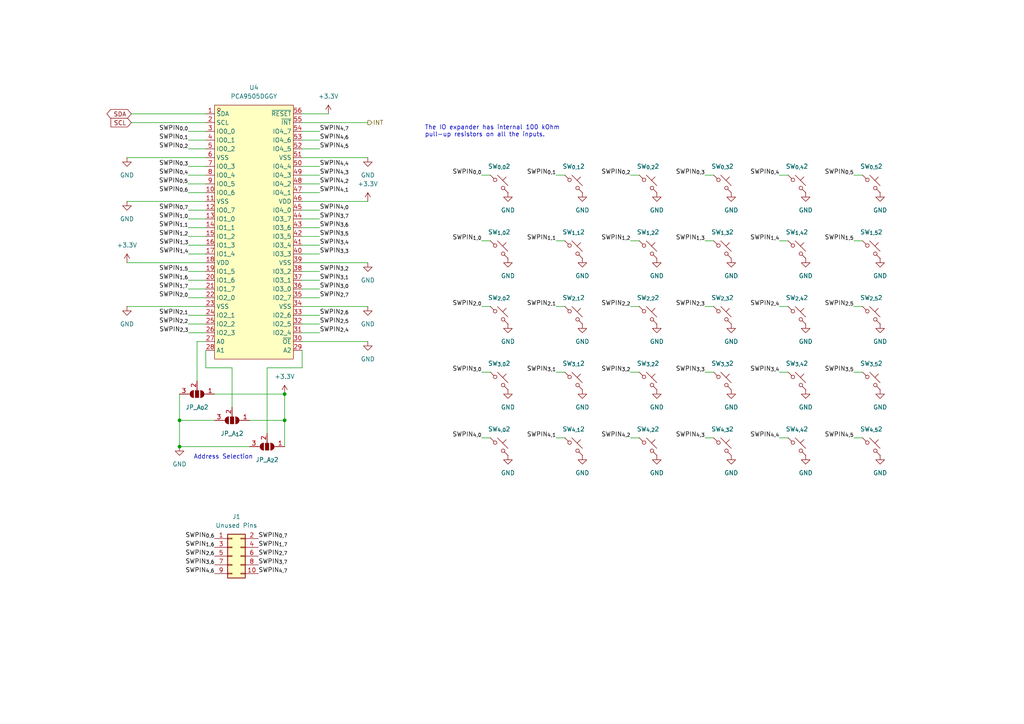
<source format=kicad_sch>
(kicad_sch (version 20250114) (generator "eeschema") (generator_version "9.0")
  (paper "A4")
  (title_block (title "Switches Right Half") (company "Jakub Hlusička"))
  (lib_symbols
    (symbol "Connector_Generic:Conn_02x05_Odd_Even" (pin_names (offset 1.016) (hide yes))
      (property "Reference" "J" (at 1.27 7.62 0))
      (property "Value" "Conn_02x05_Odd_Even" (at 1.27 -7.62 0))
      (symbol "Conn_02x05_Odd_Even_1_1"
        (rectangle (start -1.27 6.35) (end 3.81 -6.35) (stroke (width 0.254)) (fill (type background)))
        (rectangle (start -1.27 5.207) (end 0 4.953) (stroke (width 0.1524)))
        (rectangle (start -1.27 2.667) (end 0 2.413) (stroke (width 0.1524)))
        (rectangle (start -1.27 0.127) (end 0 -0.127) (stroke (width 0.1524)))
        (rectangle (start -1.27 -2.413) (end 0 -2.667) (stroke (width 0.1524)))
        (rectangle (start -1.27 -4.953) (end 0 -5.207) (stroke (width 0.1524)))
        (rectangle (start 3.81 5.207) (end 2.54 4.953) (stroke (width 0.1524)))
        (rectangle (start 3.81 2.667) (end 2.54 2.413) (stroke (width 0.1524)))
        (rectangle (start 3.81 0.127) (end 2.54 -0.127) (stroke (width 0.1524)))
        (rectangle (start 3.81 -2.413) (end 2.54 -2.667) (stroke (width 0.1524)))
        (rectangle (start 3.81 -4.953) (end 2.54 -5.207) (stroke (width 0.1524)))
        (pin passive line (at -5.08 5.08 0) (length 3.81) (name "Pin_1") (number "1"))
        (pin passive line (at -5.08 2.54 0) (length 3.81) (name "Pin_3") (number "3"))
        (pin passive line (at -5.08 0 0) (length 3.81) (name "Pin_5") (number "5"))
        (pin passive line (at -5.08 -2.54 0) (length 3.81) (name "Pin_7") (number "7"))
        (pin passive line (at -5.08 -5.08 0) (length 3.81) (name "Pin_9") (number "9"))
        (pin passive line (at 7.62 5.08 180) (length 3.81) (name "Pin_2") (number "2"))
        (pin passive line (at 7.62 2.54 180) (length 3.81) (name "Pin_4") (number "4"))
        (pin passive line (at 7.62 0 180) (length 3.81) (name "Pin_6") (number "6"))
        (pin passive line (at 7.62 -2.54 180) (length 3.81) (name "Pin_8") (number "8"))
        (pin passive line (at 7.62 -5.08 180) (length 3.81) (name "Pin_10") (number "10"))
      )
    )
    (symbol "Jumper:SolderJumper_3_Open" (pin_names (offset 0) (hide yes)) (in_bom no)
      (property "Reference" "JP" (at -2.54 -2.54 0))
      (property "Value" "SolderJumper_3_Open" (at 0 2.794 0))
      (symbol "SolderJumper_3_Open_0_1"
        (polyline (pts (xy -2.54 0) (xy -2.032 0)))
        (polyline (pts (xy -1.016 1.016) (xy -1.016 -1.016)))
        (arc (start -1.016 -1.016) (mid -2.0276 0) (end -1.016 1.016))
        (arc (start -1.016 -1.016) (mid -2.0276 0) (end -1.016 1.016) (fill (type outline)))
        (rectangle (start -0.508 1.016) (end 0.508 -1.016) (fill (type outline)))
        (polyline (pts (xy 0 -1.27) (xy 0 -1.016)))
        (arc (start 1.016 1.016) (mid 2.0276 0) (end 1.016 -1.016))
        (arc (start 1.016 1.016) (mid 2.0276 0) (end 1.016 -1.016) (fill (type outline)))
        (polyline (pts (xy 1.016 1.016) (xy 1.016 -1.016)))
        (polyline (pts (xy 2.54 0) (xy 2.032 0)))
      )
      (symbol "SolderJumper_3_Open_1_1"
        (pin passive line (at -5.08 0 0) (length 2.54) (name "A") (number "1"))
        (pin passive line (at 0 -3.81 90) (length 2.54) (name "C") (number "2"))
        (pin passive line (at 5.08 0 180) (length 2.54) (name "B") (number "3"))
      )
    )
    (symbol "Switch:SW_Push_45deg" (pin_numbers (hide yes)) (pin_names (offset 1.016) (hide yes))
      (property "Reference" "SW" (at 3.048 1.016 0))
      (property "Value" "SW_Push_45deg" (at 0 -3.81 0))
      (symbol "SW_Push_45deg_0_1"
        (polyline (pts (xy -2.54 2.54) (xy -1.524 1.524) (xy -1.524 1.524)))
        (circle (center -1.1684 1.1684) (radius 0.508))
        (polyline (pts (xy -0.508 2.54) (xy 2.54 -0.508)))
        (polyline (pts (xy 1.016 1.016) (xy 2.032 2.032)))
        (circle (center 1.143 -1.1938) (radius 0.508))
        (polyline (pts (xy 1.524 -1.524) (xy 2.54 -2.54) (xy 2.54 -2.54) (xy 2.54 -2.54)))
        (pin passive line (at -2.54 2.54 0) (length 0) (name "1") (number "1"))
        (pin passive line (at 2.54 -2.54 180) (length 0) (name "2") (number "2"))
      )
    )
    (symbol "easyeda2kicad:PCA9505DGGY"
      (property "Reference" "U" (at 0 39.37 0))
      (property "Value" "PCA9505DGGY" (at 0 -39.37 0))
      (symbol "PCA9505DGGY_0_1"
        (rectangle (start -11.43 36.83) (end 11.43 -36.83) (fill (type background)))
        (circle (center -10.16 35.56) (radius 0.38))
        (pin unspecified line (at -13.97 34.29 0) (length 2.54) (name "SDA") (number "1"))
        (pin unspecified line (at -13.97 31.75 0) (length 2.54) (name "SCL") (number "2"))
        (pin unspecified line (at -13.97 29.21 0) (length 2.54) (name "IO0_0") (number "3"))
        (pin unspecified line (at -13.97 26.67 0) (length 2.54) (name "IO0_1") (number "4"))
        (pin unspecified line (at -13.97 24.13 0) (length 2.54) (name "IO0_2") (number "5"))
        (pin unspecified line (at -13.97 21.59 0) (length 2.54) (name "VSS") (number "6"))
        (pin unspecified line (at -13.97 19.05 0) (length 2.54) (name "IO0_3") (number "7"))
        (pin unspecified line (at -13.97 16.51 0) (length 2.54) (name "IO0_4") (number "8"))
        (pin unspecified line (at -13.97 13.97 0) (length 2.54) (name "IO0_5") (number "9"))
        (pin unspecified line (at -13.97 11.43 0) (length 2.54) (name "IO0_6") (number "10"))
        (pin unspecified line (at -13.97 8.89 0) (length 2.54) (name "VSS") (number "11"))
        (pin unspecified line (at -13.97 6.35 0) (length 2.54) (name "IO0_7") (number "12"))
        (pin unspecified line (at -13.97 3.81 0) (length 2.54) (name "IO1_0") (number "13"))
        (pin unspecified line (at -13.97 1.27 0) (length 2.54) (name "IO1_1") (number "14"))
        (pin unspecified line (at -13.97 -1.27 0) (length 2.54) (name "IO1_2") (number "15"))
        (pin unspecified line (at -13.97 -3.81 0) (length 2.54) (name "IO1_3") (number "16"))
        (pin unspecified line (at -13.97 -6.35 0) (length 2.54) (name "IO1_4") (number "17"))
        (pin unspecified line (at -13.97 -8.89 0) (length 2.54) (name "VDD") (number "18"))
        (pin unspecified line (at -13.97 -11.43 0) (length 2.54) (name "IO1_5") (number "19"))
        (pin unspecified line (at -13.97 -13.97 0) (length 2.54) (name "IO1_6") (number "20"))
        (pin unspecified line (at -13.97 -16.51 0) (length 2.54) (name "IO1_7") (number "21"))
        (pin unspecified line (at -13.97 -19.05 0) (length 2.54) (name "IO2_0") (number "22"))
        (pin unspecified line (at -13.97 -21.59 0) (length 2.54) (name "VSS") (number "23"))
        (pin unspecified line (at -13.97 -24.13 0) (length 2.54) (name "IO2_1") (number "24"))
        (pin unspecified line (at -13.97 -26.67 0) (length 2.54) (name "IO2_2") (number "25"))
        (pin unspecified line (at -13.97 -29.21 0) (length 2.54) (name "IO2_3") (number "26"))
        (pin unspecified line (at -13.97 -31.75 0) (length 2.54) (name "A0") (number "27"))
        (pin unspecified line (at -13.97 -34.29 0) (length 2.54) (name "A1") (number "28"))
        (pin unspecified line (at 13.97 34.29 180) (length 2.54) (name "~{RESET}") (number "56"))
        (pin unspecified line (at 13.97 31.75 180) (length 2.54) (name "~{INT}") (number "55"))
        (pin unspecified line (at 13.97 29.21 180) (length 2.54) (name "IO4_7") (number "54"))
        (pin unspecified line (at 13.97 26.67 180) (length 2.54) (name "IO4_6") (number "53"))
        (pin unspecified line (at 13.97 24.13 180) (length 2.54) (name "IO4_5") (number "52"))
        (pin unspecified line (at 13.97 21.59 180) (length 2.54) (name "VSS") (number "51"))
        (pin unspecified line (at 13.97 19.05 180) (length 2.54) (name "IO4_4") (number "50"))
        (pin unspecified line (at 13.97 16.51 180) (length 2.54) (name "IO4_3") (number "49"))
        (pin unspecified line (at 13.97 13.97 180) (length 2.54) (name "IO4_2") (number "48"))
        (pin unspecified line (at 13.97 11.43 180) (length 2.54) (name "IO4_1") (number "47"))
        (pin unspecified line (at 13.97 8.89 180) (length 2.54) (name "VDD") (number "46"))
        (pin unspecified line (at 13.97 6.35 180) (length 2.54) (name "IO4_0") (number "45"))
        (pin unspecified line (at 13.97 3.81 180) (length 2.54) (name "IO3_7") (number "44"))
        (pin unspecified line (at 13.97 1.27 180) (length 2.54) (name "IO3_6") (number "43"))
        (pin unspecified line (at 13.97 -1.27 180) (length 2.54) (name "IO3_5") (number "42"))
        (pin unspecified line (at 13.97 -3.81 180) (length 2.54) (name "IO3_4") (number "41"))
        (pin unspecified line (at 13.97 -6.35 180) (length 2.54) (name "IO3_3") (number "40"))
        (pin unspecified line (at 13.97 -8.89 180) (length 2.54) (name "VSS") (number "39"))
        (pin unspecified line (at 13.97 -11.43 180) (length 2.54) (name "IO3_2") (number "38"))
        (pin unspecified line (at 13.97 -13.97 180) (length 2.54) (name "IO3_1") (number "37"))
        (pin unspecified line (at 13.97 -16.51 180) (length 2.54) (name "IO3_0") (number "36"))
        (pin unspecified line (at 13.97 -19.05 180) (length 2.54) (name "IO2_7") (number "35"))
        (pin unspecified line (at 13.97 -21.59 180) (length 2.54) (name "VSS") (number "34"))
        (pin unspecified line (at 13.97 -24.13 180) (length 2.54) (name "IO2_6") (number "33"))
        (pin unspecified line (at 13.97 -26.67 180) (length 2.54) (name "IO2_5") (number "32"))
        (pin unspecified line (at 13.97 -29.21 180) (length 2.54) (name "IO2_4") (number "31"))
        (pin unspecified line (at 13.97 -31.75 180) (length 2.54) (name "~{OE}") (number "30"))
        (pin unspecified line (at 13.97 -34.29 180) (length 2.54) (name "A2") (number "29"))
      )
    )
    (symbol "power:+3.3V" (power) (pin_numbers (hide yes)) (pin_names (offset 0) (hide yes))
      (property "Value" "+3.3V" (at 0 3.556 0))
      (symbol "+3.3V_0_1"
        (polyline (pts (xy -0.762 1.27) (xy 0 2.54)))
        (polyline (pts (xy 0 2.54) (xy 0.762 1.27)))
        (polyline (pts (xy 0 0) (xy 0 2.54)))
      )
      (symbol "+3.3V_1_1"
        (pin power_in line (at 0 0 90) (length 0) (name "~") (number "1"))
      )
    )
    (symbol "power:GND" (power) (pin_numbers (hide yes)) (pin_names (offset 0) (hide yes))
      (property "Value" "GND" (at 0 -3.81 0))
      (symbol "GND_0_1"
        (polyline (pts (xy 0 0) (xy 0 -1.27) (xy 1.27 -1.27) (xy 0 -2.54) (xy -1.27 -1.27) (xy 0 -1.27)))
      )
      (symbol "GND_1_1"
        (pin power_in line (at 0 0 270) (length 0) (name "~") (number "1"))
      )
    )
  )
  (text "Address Selection" (at 64.77 132.588 0) (effects (font (size 1.27 1.27))))
  (text "The IO expander has internal 100 kOhm\npull-up resistors on all the inputs." (at 123.19 38.1 0) (effects (font (size 1.27 1.27)) (justify left)))
  (junction (at 82.55 121.92))
  (junction (at 52.07 129.54))
  (junction (at 52.07 121.92))
  (junction (at 82.55 114.3))
  (wire (pts (xy 106.68 99.06) (xy 87.63 99.06)))
  (wire (pts (xy 54.61 38.1) (xy 59.69 38.1)))
  (wire (pts (xy 182.88 88.9) (xy 185.42 88.9)))
  (wire (pts (xy 92.71 40.64) (xy 87.63 40.64)))
  (wire (pts (xy 54.61 60.96) (xy 59.69 60.96)))
  (wire (pts (xy 54.61 43.18) (xy 59.69 43.18)))
  (wire (pts (xy 87.63 101.6) (xy 87.63 106.68)))
  (wire (pts (xy 139.7 88.9) (xy 142.24 88.9)))
  (wire (pts (xy 92.71 73.66) (xy 87.63 73.66)))
  (wire (pts (xy 92.71 63.5) (xy 87.63 63.5)))
  (wire (pts (xy 182.88 69.85) (xy 185.42 69.85)))
  (wire (pts (xy 139.7 127) (xy 142.24 127)))
  (wire (pts (xy 92.71 38.1) (xy 87.63 38.1)))
  (wire (pts (xy 54.61 68.58) (xy 59.69 68.58)))
  (wire (pts (xy 62.23 114.3) (xy 82.55 114.3)))
  (wire (pts (xy 92.71 50.8) (xy 87.63 50.8)))
  (wire (pts (xy 92.71 81.28) (xy 87.63 81.28)))
  (wire (pts (xy 87.63 35.56) (xy 106.68 35.56)))
  (wire (pts (xy 36.83 76.2) (xy 59.69 76.2)))
  (wire (pts (xy 226.06 88.9) (xy 228.6 88.9)))
  (wire (pts (xy 77.47 125.73) (xy 77.47 106.68)))
  (wire (pts (xy 38.1 33.02) (xy 59.69 33.02)))
  (wire (pts (xy 54.61 66.04) (xy 59.69 66.04)))
  (wire (pts (xy 67.31 106.68) (xy 67.31 118.11)))
  (wire (pts (xy 54.6704 71.1171) (xy 59.7504 71.1171)))
  (wire (pts (xy 92.71 86.36) (xy 87.63 86.36)))
  (wire (pts (xy 59.6296 53.3429) (xy 59.69 53.34)))
  (wire (pts (xy 92.71 68.58) (xy 87.63 68.58)))
  (wire (pts (xy 204.47 107.95) (xy 207.01 107.95)))
  (wire (pts (xy 59.69 96.52) (xy 59.7504 96.5171)))
  (wire (pts (xy 92.71 71.12) (xy 87.63 71.12)))
  (wire (pts (xy 38.1 35.56) (xy 59.69 35.56)))
  (wire (pts (xy 72.39 121.92) (xy 82.55 121.92)))
  (wire (pts (xy 161.29 50.8) (xy 163.83 50.8)))
  (wire (pts (xy 52.07 114.3) (xy 52.07 121.92)))
  (wire (pts (xy 226.06 50.8) (xy 228.6 50.8)))
  (wire (pts (xy 92.71 93.98) (xy 87.63 93.98)))
  (wire (pts (xy 87.63 33.02) (xy 95.25 33.02)))
  (wire (pts (xy 54.61 91.44) (xy 59.69 91.44)))
  (wire (pts (xy 226.06 107.95) (xy 228.6 107.95)))
  (wire (pts (xy 92.71 83.82) (xy 87.63 83.82)))
  (wire (pts (xy 87.63 45.72) (xy 106.68 45.72)))
  (wire (pts (xy 92.71 43.18) (xy 87.63 43.18)))
  (wire (pts (xy 247.65 88.9) (xy 250.19 88.9)))
  (wire (pts (xy 59.69 73.66) (xy 59.7504 73.6571)))
  (wire (pts (xy 59.69 106.68) (xy 67.31 106.68)))
  (wire (pts (xy 247.65 127) (xy 250.19 127)))
  (wire (pts (xy 52.07 129.54) (xy 72.39 129.54)))
  (wire (pts (xy 54.61 78.74) (xy 59.69 78.74)))
  (wire (pts (xy 54.61 40.64) (xy 59.69 40.64)))
  (wire (pts (xy 204.47 50.8) (xy 207.01 50.8)))
  (wire (pts (xy 54.61 48.26) (xy 59.69 48.26)))
  (wire (pts (xy 182.88 50.8) (xy 185.42 50.8)))
  (wire (pts (xy 139.7 50.8) (xy 142.24 50.8)))
  (wire (pts (xy 87.63 76.2) (xy 106.68 76.2)))
  (wire (pts (xy 247.65 69.85) (xy 250.19 69.85)))
  (wire (pts (xy 247.65 50.8) (xy 250.19 50.8)))
  (wire (pts (xy 52.07 121.92) (xy 52.07 129.54)))
  (wire (pts (xy 139.7 107.95) (xy 142.24 107.95)))
  (wire (pts (xy 161.29 88.9) (xy 163.83 88.9)))
  (wire (pts (xy 54.6704 96.5171) (xy 59.7504 96.5171)))
  (wire (pts (xy 54.5496 53.3429) (xy 59.6296 53.3429)))
  (wire (pts (xy 59.69 71.12) (xy 59.7504 71.1171)))
  (wire (pts (xy 92.71 60.96) (xy 87.63 60.96)))
  (wire (pts (xy 54.61 63.5) (xy 59.69 63.5)))
  (wire (pts (xy 226.06 69.85) (xy 228.6 69.85)))
  (wire (pts (xy 82.55 114.3) (xy 82.55 121.92)))
  (wire (pts (xy 54.61 93.98) (xy 59.69 93.98)))
  (wire (pts (xy 182.88 127) (xy 185.42 127)))
  (wire (pts (xy 77.47 106.68) (xy 87.63 106.68)))
  (wire (pts (xy 87.63 88.9) (xy 106.68 88.9)))
  (wire (pts (xy 204.47 127) (xy 207.01 127)))
  (wire (pts (xy 59.69 101.6) (xy 59.69 106.68)))
  (wire (pts (xy 87.63 58.42) (xy 106.68 58.42)))
  (wire (pts (xy 36.83 58.42) (xy 59.69 58.42)))
  (wire (pts (xy 226.06 127) (xy 228.6 127)))
  (wire (pts (xy 161.29 107.95) (xy 163.83 107.95)))
  (wire (pts (xy 36.83 45.72) (xy 59.69 45.72)))
  (wire (pts (xy 54.61 83.82) (xy 59.69 83.82)))
  (wire (pts (xy 139.7 69.85) (xy 142.24 69.85)))
  (wire (pts (xy 182.88 107.95) (xy 185.42 107.95)))
  (wire (pts (xy 92.71 91.44) (xy 87.63 91.44)))
  (wire (pts (xy 92.71 66.04) (xy 87.63 66.04)))
  (wire (pts (xy 92.71 55.88) (xy 87.63 55.88)))
  (wire (pts (xy 36.83 88.9) (xy 59.69 88.9)))
  (wire (pts (xy 161.29 69.85) (xy 163.83 69.85)))
  (wire (pts (xy 54.61 86.36) (xy 59.69 86.36)))
  (wire (pts (xy 59.69 99.06) (xy 57.15 99.06)))
  (wire (pts (xy 52.07 121.92) (xy 62.23 121.92)))
  (wire (pts (xy 92.71 53.34) (xy 87.63 53.34)))
  (wire (pts (xy 82.55 121.92) (xy 82.55 129.54)))
  (wire (pts (xy 204.47 69.85) (xy 207.01 69.85)))
  (wire (pts (xy 54.6704 73.6571) (xy 59.7504 73.6571)))
  (wire (pts (xy 161.29 127) (xy 163.83 127)))
  (wire (pts (xy 247.65 107.95) (xy 250.19 107.95)))
  (wire (pts (xy 57.15 99.06) (xy 57.15 110.49)))
  (wire (pts (xy 54.61 50.8) (xy 59.69 50.8)))
  (wire (pts (xy 92.71 78.74) (xy 87.63 78.74)))
  (wire (pts (xy 204.47 88.9) (xy 207.01 88.9)))
  (wire (pts (xy 54.61 55.88) (xy 59.69 55.88)))
  (wire (pts (xy 92.71 48.26) (xy 87.63 48.26)))
  (wire (pts (xy 54.61 81.28) (xy 59.69 81.28)))
  (wire (pts (xy 92.71 96.52) (xy 87.63 96.52)))
  (label "SWPIN_{3,1}" (at 161.29 107.95 180))
  (label "SWPIN_{0,3}" (at 204.47 50.8 180))
  (label "SWPIN_{3,2}" (at 92.71 78.74 0))
  (label "SWPIN_{0,7}" (at 74.93 156.21 0))
  (label "SWPIN_{4,5}" (at 247.65 127 180))
  (label "SWPIN_{4,6}" (at 62.23 166.37 180))
  (label "SWPIN_{2,7}" (at 92.71 86.36 0))
  (label "SWPIN_{2,1}" (at 54.61 91.44 180))
  (label "SWPIN_{2,7}" (at 74.93 161.29 0))
  (label "SWPIN_{3,5}" (at 247.65 107.95 180))
  (label "SWPIN_{2,4}" (at 226.06 88.9 180))
  (label "SWPIN_{0,6}" (at 54.61 55.88 180))
  (label "SWPIN_{4,4}" (at 226.06 127 180))
  (label "SWPIN_{3,0}" (at 92.71 83.82 0))
  (label "SWPIN_{0,2}" (at 182.88 50.8 180))
  (label "SWPIN_{1,1}" (at 54.61 66.04 180))
  (label "SWPIN_{4,2}" (at 182.88 127 180))
  (label "SWPIN_{2,2}" (at 54.61 93.98 180))
  (label "SWPIN_{3,3}" (at 92.71 73.66 0))
  (label "SWPIN_{1,4}" (at 54.6704 73.6571 180))
  (label "SWPIN_{4,6}" (at 92.71 40.64 0))
  (label "SWPIN_{2,0}" (at 54.61 86.36 180))
  (label "SWPIN_{1,7}" (at 74.93 158.75 0))
  (label "SWPIN_{0,6}" (at 62.23 156.21 180))
  (label "SWPIN_{1,1}" (at 161.29 69.85 180))
  (label "SWPIN_{1,6}" (at 54.61 81.28 180))
  (label "SWPIN_{1,2}" (at 182.88 69.85 180))
  (label "SWPIN_{4,7}" (at 74.93 166.37 0))
  (label "SWPIN_{0,3}" (at 54.61 48.26 180))
  (label "SWPIN_{2,3}" (at 204.47 88.9 180))
  (label "SWPIN_{0,0}" (at 139.7 50.8 180))
  (label "SWPIN_{3,0}" (at 139.7 107.95 180))
  (label "SWPIN_{3,3}" (at 204.47 107.95 180))
  (label "SWPIN_{0,1}" (at 54.61 40.64 180))
  (label "SWPIN_{3,7}" (at 74.93 163.83 0))
  (label "SWPIN_{2,2}" (at 182.88 88.9 180))
  (label "SWPIN_{0,4}" (at 226.06 50.8 180))
  (label "SWPIN_{0,5}" (at 54.5496 53.3429 180))
  (label "SWPIN_{0,1}" (at 161.29 50.8 180))
  (label "SWPIN_{2,6}" (at 92.71 91.44 0))
  (label "SWPIN_{4,0}" (at 92.71 60.96 0))
  (label "SWPIN_{1,4}" (at 226.06 69.85 180))
  (label "SWPIN_{1,3}" (at 54.6704 71.1171 180))
  (label "SWPIN_{1,2}" (at 54.61 68.58 180))
  (label "SWPIN_{3,4}" (at 92.71 71.12 0))
  (label "SWPIN_{4,3}" (at 204.47 127 180))
  (label "SWPIN_{4,3}" (at 92.71 50.8 0))
  (label "SWPIN_{2,0}" (at 139.7 88.9 180))
  (label "SWPIN_{1,5}" (at 247.65 69.85 180))
  (label "SWPIN_{2,5}" (at 92.71 93.98 0))
  (label "SWPIN_{3,1}" (at 92.71 81.28 0))
  (label "SWPIN_{3,5}" (at 92.71 68.58 0))
  (label "SWPIN_{4,1}" (at 92.71 55.88 0))
  (label "SWPIN_{3,2}" (at 182.88 107.95 180))
  (label "SWPIN_{2,5}" (at 247.65 88.9 180))
  (label "SWPIN_{1,3}" (at 204.47 69.85 180))
  (label "SWPIN_{4,1}" (at 161.29 127 180))
  (label "SWPIN_{3,4}" (at 226.06 107.95 180))
  (label "SWPIN_{2,4}" (at 92.71 96.52 0))
  (label "SWPIN_{2,3}" (at 54.6704 96.5171 180))
  (label "SWPIN_{1,6}" (at 62.23 158.75 180))
  (label "SWPIN_{4,4}" (at 92.71 48.26 0))
  (label "SWPIN_{3,6}" (at 92.71 66.04 0))
  (label "SWPIN_{3,6}" (at 62.23 163.83 180))
  (label "SWPIN_{4,2}" (at 92.71 53.34 0))
  (label "SWPIN_{2,1}" (at 161.29 88.9 180))
  (label "SWPIN_{1,0}" (at 139.7 69.85 180))
  (label "SWPIN_{0,5}" (at 247.65 50.8 180))
  (label "SWPIN_{0,7}" (at 54.61 60.96 180))
  (label "SWPIN_{4,7}" (at 92.71 38.1 0))
  (label "SWPIN_{1,0}" (at 54.61 63.5 180))
  (label "SWPIN_{0,2}" (at 54.61 43.18 180))
  (label "SWPIN_{4,0}" (at 139.7 127 180))
  (label "SWPIN_{0,4}" (at 54.61 50.8 180))
  (label "SWPIN_{3,7}" (at 92.71 63.5 0))
  (label "SWPIN_{0,0}" (at 54.61 38.1 180))
  (label "SWPIN_{1,5}" (at 54.61 78.74 180))
  (label "SWPIN_{1,7}" (at 54.61 83.82 180))
  (label "SWPIN_{2,6}" (at 62.23 161.29 180))
  (label "SWPIN_{4,5}" (at 92.71 43.18 0))
  (global_label "SCL" (shape input) (at 38.1 35.56 180) (property "Intersheetrefs" "${INTERSHEET_REFS}" (effects (hide yes))))
  (global_label "SDA" (shape bidirectional) (at 38.1 33.02 180) (property "Intersheetrefs" "${INTERSHEET_REFS}" (effects (hide yes))))
  (hierarchical_label "INT" (shape output) (at 106.68 35.56 0))
  (symbol (lib_id "power:GND") (at 212.09 93.98 0) (unit 1)
    (property "Reference" "#PWR077" (effects (hide yes)))
    (property "Value" "GND" (at 212.09 99.06 0))
    (property "Description" "Power symbol creates a global label with name \"GND\" , ground" (effects (hide yes)))
    (instances (project "acid" (path "" (reference "#PWR032") (unit 1)) (path "" (reference "#PWR077") (unit 1))))
  )
  (symbol (lib_id "Switch:SW_Push_45deg") (at 187.96 129.54 0) (unit 1)
    (property "Reference" "SW_{4,2}1" (at 187.96 124.46 0))
    (property "Value" "SW_Push_45deg" (effects (hide yes)))
    (property "Description" "Push button switch, normally open, two pins, 45° tilted" (effects (hide yes)))
    (instances (project "acid" (path "" (reference "SW_{4,2}2") (unit 1)) (path "" (reference "SW_{4,2}1") (unit 1))))
  )
  (symbol (lib_id "power:GND") (at 255.27 113.03 0) (unit 1)
    (property "Reference" "#PWR088" (effects (hide yes)))
    (property "Value" "GND" (at 255.27 118.11 0))
    (property "Description" "Power symbol creates a global label with name \"GND\" , ground" (effects (hide yes)))
    (instances (project "acid" (path "" (reference "#PWR040") (unit 1)) (path "" (reference "#PWR088") (unit 1))))
  )
  (symbol (lib_id "Switch:SW_Push_45deg") (at 231.14 53.34 0) (unit 1)
    (property "Reference" "SW_{0,4}1" (at 231.14 48.26 0))
    (property "Value" "SW_Push_45deg" (effects (hide yes)))
    (property "Description" "Push button switch, normally open, two pins, 45° tilted" (effects (hide yes)))
    (instances (project "acid" (path "" (reference "SW_{0,4}2") (unit 1)) (path "" (reference "SW_{0,4}1") (unit 1))))
  )
  (symbol (lib_id "power:GND") (at 190.5 132.08 0) (unit 1)
    (property "Reference" "#PWR074" (effects (hide yes)))
    (property "Value" "GND" (at 190.5 137.16 0))
    (property "Description" "Power symbol creates a global label with name \"GND\" , ground" (effects (hide yes)))
    (instances (project "acid" (path "" (reference "#PWR043") (unit 1)) (path "" (reference "#PWR074") (unit 1))))
  )
  (symbol (lib_id "power:GND") (at 190.5 55.88 0) (unit 1)
    (property "Reference" "#PWR070" (effects (hide yes)))
    (property "Value" "GND" (at 190.5 60.96 0))
    (property "Description" "Power symbol creates a global label with name \"GND\" , ground" (effects (hide yes)))
    (instances (project "acid" (path "" (reference "#PWR019") (unit 1)) (path "" (reference "#PWR070") (unit 1))))
  )
  (symbol (lib_id "Switch:SW_Push_45deg") (at 209.55 53.34 0) (unit 1)
    (property "Reference" "SW_{0,3}1" (at 209.55 48.26 0))
    (property "Value" "SW_Push_45deg" (effects (hide yes)))
    (property "Description" "Push button switch, normally open, two pins, 45° tilted" (effects (hide yes)))
    (instances (project "acid" (path "" (reference "SW_{0,3}2") (unit 1)) (path "" (reference "SW_{0,3}1") (unit 1))))
  )
  (symbol (lib_id "Switch:SW_Push_45deg") (at 166.37 110.49 0) (unit 1)
    (property "Reference" "SW_{3,1}1" (at 166.37 105.41 0))
    (property "Value" "SW_Push_45deg" (effects (hide yes)))
    (property "Description" "Push button switch, normally open, two pins, 45° tilted" (effects (hide yes)))
    (instances (project "acid" (path "" (reference "SW_{3,1}2") (unit 1)) (path "" (reference "SW_{3,1}1") (unit 1))))
  )
  (symbol (lib_id "power:GND") (at 106.68 45.72 0) (unit 1)
    (property "Reference" "#PWR055" (effects (hide yes)))
    (property "Value" "GND" (at 106.68 50.8 0))
    (property "Description" "Power symbol creates a global label with name \"GND\" , ground" (effects (hide yes)))
    (instances (project "acid" (path "" (reference "#PWR015") (unit 1)) (path "" (reference "#PWR055") (unit 1))))
  )
  (symbol (lib_id "Switch:SW_Push_45deg") (at 231.14 110.49 0) (unit 1)
    (property "Reference" "SW_{3,4}1" (at 231.14 105.41 0))
    (property "Value" "SW_Push_45deg" (effects (hide yes)))
    (property "Description" "Push button switch, normally open, two pins, 45° tilted" (effects (hide yes)))
    (instances (project "acid" (path "" (reference "SW_{3,4}2") (unit 1)) (path "" (reference "SW_{3,4}1") (unit 1))))
  )
  (symbol (lib_id "power:GND") (at 255.27 93.98 0) (unit 1)
    (property "Reference" "#PWR087" (effects (hide yes)))
    (property "Value" "GND" (at 255.27 99.06 0))
    (property "Description" "Power symbol creates a global label with name \"GND\" , ground" (effects (hide yes)))
    (instances (project "acid" (path "" (reference "#PWR034") (unit 1)) (path "" (reference "#PWR087") (unit 1))))
  )
  (symbol (lib_id "power:GND") (at 190.5 113.03 0) (unit 1)
    (property "Reference" "#PWR073" (effects (hide yes)))
    (property "Value" "GND" (at 190.5 118.11 0))
    (property "Description" "Power symbol creates a global label with name \"GND\" , ground" (effects (hide yes)))
    (instances (project "acid" (path "" (reference "#PWR037") (unit 1)) (path "" (reference "#PWR073") (unit 1))))
  )
  (symbol (lib_id "Switch:SW_Push_45deg") (at 166.37 53.34 0) (unit 1)
    (property "Reference" "SW_{0,1}1" (at 166.37 48.26 0))
    (property "Value" "SW_Push_45deg" (effects (hide yes)))
    (property "Description" "Push button switch, normally open, two pins, 45° tilted" (effects (hide yes)))
    (instances (project "acid" (path "" (reference "SW_{0,1}2") (unit 1)) (path "" (reference "SW_{0,1}1") (unit 1))))
  )
  (symbol (lib_id "power:GND") (at 168.91 55.88 0) (unit 1)
    (property "Reference" "#PWR065" (effects (hide yes)))
    (property "Value" "GND" (at 168.91 60.96 0))
    (property "Description" "Power symbol creates a global label with name \"GND\" , ground" (effects (hide yes)))
    (instances (project "acid" (path "" (reference "#PWR018") (unit 1)) (path "" (reference "#PWR065") (unit 1))))
  )
  (symbol (lib_id "Switch:SW_Push_45deg") (at 166.37 129.54 0) (unit 1)
    (property "Reference" "SW_{4,1}1" (at 166.37 124.46 0))
    (property "Value" "SW_Push_45deg" (effects (hide yes)))
    (property "Description" "Push button switch, normally open, two pins, 45° tilted" (effects (hide yes)))
    (instances (project "acid" (path "" (reference "SW_{4,1}2") (unit 1)) (path "" (reference "SW_{4,1}1") (unit 1))))
  )
  (symbol (lib_id "Switch:SW_Push_45deg") (at 231.14 91.44 0) (unit 1)
    (property "Reference" "SW_{2,4}1" (at 231.14 86.36 0))
    (property "Value" "SW_Push_45deg" (effects (hide yes)))
    (property "Description" "Push button switch, normally open, two pins, 45° tilted" (effects (hide yes)))
    (instances (project "acid" (path "" (reference "SW_{2,4}2") (unit 1)) (path "" (reference "SW_{2,4}1") (unit 1))))
  )
  (symbol (lib_id "power:GND") (at 212.09 74.93 0) (unit 1)
    (property "Reference" "#PWR076" (effects (hide yes)))
    (property "Value" "GND" (at 212.09 80.01 0))
    (property "Description" "Power symbol creates a global label with name \"GND\" , ground" (effects (hide yes)))
    (instances (project "acid" (path "" (reference "#PWR026") (unit 1)) (path "" (reference "#PWR076") (unit 1))))
  )
  (symbol (lib_id "power:GND") (at 106.68 76.2 0) (unit 1)
    (property "Reference" "#PWR057" (effects (hide yes)))
    (property "Value" "GND" (at 106.68 81.28 0))
    (property "Description" "Power symbol creates a global label with name \"GND\" , ground" (effects (hide yes)))
    (instances (project "acid" (path "" (reference "#PWR014") (unit 1)) (path "" (reference "#PWR057") (unit 1))))
  )
  (symbol (lib_id "power:GND") (at 212.09 132.08 0) (unit 1)
    (property "Reference" "#PWR079" (effects (hide yes)))
    (property "Value" "GND" (at 212.09 137.16 0))
    (property "Description" "Power symbol creates a global label with name \"GND\" , ground" (effects (hide yes)))
    (instances (project "acid" (path "" (reference "#PWR044") (unit 1)) (path "" (reference "#PWR079") (unit 1))))
  )
  (symbol (lib_id "power:GND") (at 255.27 74.93 0) (unit 1)
    (property "Reference" "#PWR086" (effects (hide yes)))
    (property "Value" "GND" (at 255.27 80.01 0))
    (property "Description" "Power symbol creates a global label with name \"GND\" , ground" (effects (hide yes)))
    (instances (project "acid" (path "" (reference "#PWR028") (unit 1)) (path "" (reference "#PWR086") (unit 1))))
  )
  (symbol (lib_id "power:GND") (at 106.68 88.9 0) (unit 1)
    (property "Reference" "#PWR058" (effects (hide yes)))
    (property "Value" "GND" (at 106.68 93.98 0))
    (property "Description" "Power symbol creates a global label with name \"GND\" , ground" (effects (hide yes)))
    (instances (project "acid" (path "" (reference "#PWR013") (unit 1)) (path "" (reference "#PWR058") (unit 1))))
  )
  (symbol (lib_id "Switch:SW_Push_45deg") (at 252.73 110.49 0) (unit 1)
    (property "Reference" "SW_{3,5}1" (at 252.73 105.41 0))
    (property "Value" "SW_Push_45deg" (effects (hide yes)))
    (property "Description" "Push button switch, normally open, two pins, 45° tilted" (effects (hide yes)))
    (instances (project "acid" (path "" (reference "SW_{3,5}2") (unit 1)) (path "" (reference "SW_{3,5}1") (unit 1))))
  )
  (symbol (lib_id "power:GND") (at 212.09 55.88 0) (unit 1)
    (property "Reference" "#PWR075" (effects (hide yes)))
    (property "Value" "GND" (at 212.09 60.96 0))
    (property "Description" "Power symbol creates a global label with name \"GND\" , ground" (effects (hide yes)))
    (instances (project "acid" (path "" (reference "#PWR020") (unit 1)) (path "" (reference "#PWR075") (unit 1))))
  )
  (symbol (lib_id "power:GND") (at 36.83 58.42 0) (unit 1)
    (property "Reference" "#PWR049" (effects (hide yes)))
    (property "Value" "GND" (at 36.83 63.5 0))
    (property "Description" "Power symbol creates a global label with name \"GND\" , ground" (effects (hide yes)))
    (instances (project "acid" (path "" (reference "#PWR011") (unit 1)) (path "" (reference "#PWR049") (unit 1))))
  )
  (symbol (lib_id "Switch:SW_Push_45deg") (at 209.55 129.54 0) (unit 1)
    (property "Reference" "SW_{4,3}1" (at 209.55 124.46 0))
    (property "Value" "SW_Push_45deg" (effects (hide yes)))
    (property "Description" "Push button switch, normally open, two pins, 45° tilted" (effects (hide yes)))
    (instances (project "acid" (path "" (reference "SW_{4,3}2") (unit 1)) (path "" (reference "SW_{4,3}1") (unit 1))))
  )
  (symbol (lib_id "power:GND") (at 36.83 45.72 0) (unit 1)
    (property "Reference" "#PWR048" (effects (hide yes)))
    (property "Value" "GND" (at 36.83 50.8 0))
    (property "Description" "Power symbol creates a global label with name \"GND\" , ground" (effects (hide yes)))
  )
  (symbol (lib_id "power:GND") (at 106.68 99.06 0) (unit 1)
    (property "Reference" "#PWR059" (effects (hide yes)))
    (property "Value" "GND" (at 106.68 104.14 0))
    (property "Description" "Power symbol creates a global label with name \"GND\" , ground" (effects (hide yes)))
    (instances (project "acid" (path "" (reference "#PWR047") (unit 1)) (path "" (reference "#PWR059") (unit 1))))
  )
  (symbol (lib_id "power:GND") (at 147.32 74.93 0) (unit 1)
    (property "Reference" "#PWR061" (effects (hide yes)))
    (property "Value" "GND" (at 147.32 80.01 0))
    (property "Description" "Power symbol creates a global label with name \"GND\" , ground" (effects (hide yes)))
    (instances (project "acid" (path "" (reference "#PWR023") (unit 1)) (path "" (reference "#PWR061") (unit 1))))
  )
  (symbol (lib_id "Switch:SW_Push_45deg") (at 187.96 53.34 0) (unit 1)
    (property "Reference" "SW_{0,2}1" (at 187.96 48.26 0))
    (property "Value" "SW_Push_45deg" (effects (hide yes)))
    (property "Description" "Push button switch, normally open, two pins, 45° tilted" (effects (hide yes)))
    (instances (project "acid" (path "" (reference "SW_{0,2}2") (unit 1)) (path "" (reference "SW_{0,2}1") (unit 1))))
  )
  (symbol (lib_id "power:+3.3V") (at 106.68 58.42 0) (unit 1)
    (property "Reference" "#PWR056" (effects (hide yes)))
    (property "Value" "+3.3V" (at 106.68 53.34 0))
    (property "Description" "Power symbol creates a global label with name \"+3.3V\"" (effects (hide yes)))
    (instances (project "acid" (path "" (reference "#PWR017") (unit 1)) (path "" (reference "#PWR056") (unit 1))))
  )
  (symbol (lib_id "Switch:SW_Push_45deg") (at 209.55 72.39 0) (unit 1)
    (property "Reference" "SW_{1,3}1" (at 209.55 67.31 0))
    (property "Value" "SW_Push_45deg" (effects (hide yes)))
    (property "Description" "Push button switch, normally open, two pins, 45° tilted" (effects (hide yes)))
    (instances (project "acid" (path "" (reference "SW_{1,3}2") (unit 1)) (path "" (reference "SW_{1,3}1") (unit 1))))
  )
  (symbol (lib_id "power:GND") (at 147.32 55.88 0) (unit 1)
    (property "Reference" "#PWR060" (effects (hide yes)))
    (property "Value" "GND" (at 147.32 60.96 0))
    (property "Description" "Power symbol creates a global label with name \"GND\" , ground" (effects (hide yes)))
  )
  (symbol (lib_id "power:+3.3V") (at 82.55 114.3 0) (unit 1)
    (property "Reference" "#PWR053" (effects (hide yes)))
    (property "Value" "+3.3V" (at 82.55 109.22 0))
    (property "Description" "Power symbol creates a global label with name \"+3.3V\"" (effects (hide yes)))
  )
  (symbol (lib_id "Switch:SW_Push_45deg") (at 209.55 91.44 0) (unit 1)
    (property "Reference" "SW_{2,3}1" (at 209.55 86.36 0))
    (property "Value" "SW_Push_45deg" (effects (hide yes)))
    (property "Description" "Push button switch, normally open, two pins, 45° tilted" (effects (hide yes)))
    (instances (project "acid" (path "" (reference "SW_{2,3}2") (unit 1)) (path "" (reference "SW_{2,3}1") (unit 1))))
  )
  (symbol (lib_id "Switch:SW_Push_45deg") (at 144.78 91.44 0) (unit 1)
    (property "Reference" "SW_{2,0}1" (at 144.78 86.36 0))
    (property "Value" "SW_Push_45deg" (effects (hide yes)))
    (property "Description" "Push button switch, normally open, two pins, 45° tilted" (effects (hide yes)))
    (instances (project "acid" (path "" (reference "SW_{2,0}2") (unit 1)) (path "" (reference "SW_{2,0}1") (unit 1))))
  )
  (symbol (lib_id "easyeda2kicad:PCA9505DGGY") (at 73.66 67.31 0) (unit 1)
    (property "Reference" "U4" (at 73.66 25.4 0))
    (property "Value" "PCA9505DGGY" (at 73.66 27.94 0))
    (property "Footprint" "easyeda2kicad:TSSOP-56_L14.0-W6.1-P0.50-LS8.1-BL" (effects (hide yes)))
    (property "LCSC Part" "C3194497" (effects (hide yes)))
  )
  (symbol (lib_id "power:GND") (at 168.91 93.98 0) (unit 1)
    (property "Reference" "#PWR067" (effects (hide yes)))
    (property "Value" "GND" (at 168.91 99.06 0))
    (property "Description" "Power symbol creates a global label with name \"GND\" , ground" (effects (hide yes)))
    (instances (project "acid" (path "" (reference "#PWR030") (unit 1)) (path "" (reference "#PWR067") (unit 1))))
  )
  (symbol (lib_id "power:GND") (at 233.68 132.08 0) (unit 1)
    (property "Reference" "#PWR084" (effects (hide yes)))
    (property "Value" "GND" (at 233.68 137.16 0))
    (property "Description" "Power symbol creates a global label with name \"GND\" , ground" (effects (hide yes)))
    (instances (project "acid" (path "" (reference "#PWR045") (unit 1)) (path "" (reference "#PWR084") (unit 1))))
  )
  (symbol (lib_id "power:GND") (at 147.32 93.98 0) (unit 1)
    (property "Reference" "#PWR062" (effects (hide yes)))
    (property "Value" "GND" (at 147.32 99.06 0))
    (property "Description" "Power symbol creates a global label with name \"GND\" , ground" (effects (hide yes)))
    (instances (project "acid" (path "" (reference "#PWR029") (unit 1)) (path "" (reference "#PWR062") (unit 1))))
  )
  (symbol (lib_id "Switch:SW_Push_45deg") (at 187.96 110.49 0) (unit 1)
    (property "Reference" "SW_{3,2}1" (at 187.96 105.41 0))
    (property "Value" "SW_Push_45deg" (effects (hide yes)))
    (property "Description" "Push button switch, normally open, two pins, 45° tilted" (effects (hide yes)))
    (instances (project "acid" (path "" (reference "SW_{3,2}2") (unit 1)) (path "" (reference "SW_{3,2}1") (unit 1))))
  )
  (symbol (lib_id "Switch:SW_Push_45deg") (at 187.96 91.44 0) (unit 1)
    (property "Reference" "SW_{2,2}1" (at 187.96 86.36 0))
    (property "Value" "SW_Push_45deg" (effects (hide yes)))
    (property "Description" "Push button switch, normally open, two pins, 45° tilted" (effects (hide yes)))
    (instances (project "acid" (path "" (reference "SW_{2,2}2") (unit 1)) (path "" (reference "SW_{2,2}1") (unit 1))))
  )
  (symbol (lib_id "Switch:SW_Push_45deg") (at 252.73 129.54 0) (unit 1)
    (property "Reference" "SW_{4,5}1" (at 252.73 124.46 0))
    (property "Value" "SW_Push_45deg" (effects (hide yes)))
    (property "Description" "Push button switch, normally open, two pins, 45° tilted" (effects (hide yes)))
    (instances (project "acid" (path "" (reference "SW_{4,5}2") (unit 1)) (path "" (reference "SW_{4,5}1") (unit 1))))
  )
  (symbol (lib_id "power:GND") (at 190.5 74.93 0) (unit 1)
    (property "Reference" "#PWR071" (effects (hide yes)))
    (property "Value" "GND" (at 190.5 80.01 0))
    (property "Description" "Power symbol creates a global label with name \"GND\" , ground" (effects (hide yes)))
    (instances (project "acid" (path "" (reference "#PWR025") (unit 1)) (path "" (reference "#PWR071") (unit 1))))
  )
  (symbol (lib_id "power:GND") (at 147.32 132.08 0) (unit 1)
    (property "Reference" "#PWR064" (effects (hide yes)))
    (property "Value" "GND" (at 147.32 137.16 0))
    (property "Description" "Power symbol creates a global label with name \"GND\" , ground" (effects (hide yes)))
    (instances (project "acid" (path "" (reference "#PWR041") (unit 1)) (path "" (reference "#PWR064") (unit 1))))
  )
  (symbol (lib_id "Jumper:SolderJumper_3_Open") (at 67.31 121.92 180) (unit 1) (in_bom no)
    (property "Reference" "JP_A_{1}1" (at 67.31 125.73 0))
    (property "Value" "SolderJumper_3_Open" (effects (hide yes)))
    (property "Description" "Solder Jumper, 3-pole, open" (effects (hide yes)))
    (instances (project "acid" (path "" (reference "JP_A_{1}2") (unit 1)) (path "" (reference "JP_A_{1}1") (unit 1))))
  )
  (symbol (lib_id "Switch:SW_Push_45deg") (at 252.73 72.39 0) (unit 1)
    (property "Reference" "SW_{1,5}1" (at 252.73 67.31 0))
    (property "Value" "SW_Push_45deg" (effects (hide yes)))
    (property "Description" "Push button switch, normally open, two pins, 45° tilted" (effects (hide yes)))
    (instances (project "acid" (path "" (reference "SW_{1,5}2") (unit 1)) (path "" (reference "SW_{1,5}1") (unit 1))))
  )
  (symbol (lib_id "Switch:SW_Push_45deg") (at 252.73 91.44 0) (unit 1)
    (property "Reference" "SW_{2,5}1" (at 252.73 86.36 0))
    (property "Value" "SW_Push_45deg" (effects (hide yes)))
    (property "Description" "Push button switch, normally open, two pins, 45° tilted" (effects (hide yes)))
    (instances (project "acid" (path "" (reference "SW_{2,5}2") (unit 1)) (path "" (reference "SW_{2,5}1") (unit 1))))
  )
  (symbol (lib_id "power:+3.3V") (at 95.25 33.02 0) (unit 1)
    (property "Reference" "#PWR054" (effects (hide yes)))
    (property "Value" "+3.3V" (at 95.25 27.94 0))
    (property "Description" "Power symbol creates a global label with name \"+3.3V\"" (effects (hide yes)))
  )
  (symbol (lib_id "Jumper:SolderJumper_3_Open") (at 57.15 114.3 180) (unit 1) (in_bom no)
    (property "Reference" "JP_A_{0}1" (at 57.15 118.11 0))
    (property "Value" "SolderJumper_3_Open" (effects (hide yes)))
    (property "Description" "Solder Jumper, 3-pole, open" (effects (hide yes)))
    (instances (project "" (path "" (reference "JP_A_{0}2") (unit 1)) (path "" (reference "JP_A_{0}1") (unit 1))))
  )
  (symbol (lib_id "power:GND") (at 36.83 88.9 0) (unit 1)
    (property "Reference" "#PWR051" (effects (hide yes)))
    (property "Value" "GND" (at 36.83 93.98 0))
    (property "Description" "Power symbol creates a global label with name \"GND\" , ground" (effects (hide yes)))
    (instances (project "acid" (path "" (reference "#PWR012") (unit 1)) (path "" (reference "#PWR051") (unit 1))))
  )
  (symbol (lib_id "power:GND") (at 168.91 132.08 0) (unit 1)
    (property "Reference" "#PWR069" (effects (hide yes)))
    (property "Value" "GND" (at 168.91 137.16 0))
    (property "Description" "Power symbol creates a global label with name \"GND\" , ground" (effects (hide yes)))
    (instances (project "acid" (path "" (reference "#PWR042") (unit 1)) (path "" (reference "#PWR069") (unit 1))))
  )
  (symbol (lib_id "Switch:SW_Push_45deg") (at 187.96 72.39 0) (unit 1)
    (property "Reference" "SW_{1,2}1" (at 187.96 67.31 0))
    (property "Value" "SW_Push_45deg" (effects (hide yes)))
    (property "Description" "Push button switch, normally open, two pins, 45° tilted" (effects (hide yes)))
    (instances (project "acid" (path "" (reference "SW_{1,2}2") (unit 1)) (path "" (reference "SW_{1,2}1") (unit 1))))
  )
  (symbol (lib_id "Switch:SW_Push_45deg") (at 166.37 72.39 0) (unit 1)
    (property "Reference" "SW_{1,1}1" (at 166.37 67.31 0))
    (property "Value" "SW_Push_45deg" (effects (hide yes)))
    (property "Description" "Push button switch, normally open, two pins, 45° tilted" (effects (hide yes)))
    (instances (project "acid" (path "" (reference "SW_{1,1}2") (unit 1)) (path "" (reference "SW_{1,1}1") (unit 1))))
  )
  (symbol (lib_id "power:GND") (at 255.27 55.88 0) (unit 1)
    (property "Reference" "#PWR085" (effects (hide yes)))
    (property "Value" "GND" (at 255.27 60.96 0))
    (property "Description" "Power symbol creates a global label with name \"GND\" , ground" (effects (hide yes)))
    (instances (project "acid" (path "" (reference "#PWR022") (unit 1)) (path "" (reference "#PWR085") (unit 1))))
  )
  (symbol (lib_id "power:GND") (at 233.68 93.98 0) (unit 1)
    (property "Reference" "#PWR082" (effects (hide yes)))
    (property "Value" "GND" (at 233.68 99.06 0))
    (property "Description" "Power symbol creates a global label with name \"GND\" , ground" (effects (hide yes)))
    (instances (project "acid" (path "" (reference "#PWR033") (unit 1)) (path "" (reference "#PWR082") (unit 1))))
  )
  (symbol (lib_id "power:GND") (at 190.5 93.98 0) (unit 1)
    (property "Reference" "#PWR072" (effects (hide yes)))
    (property "Value" "GND" (at 190.5 99.06 0))
    (property "Description" "Power symbol creates a global label with name \"GND\" , ground" (effects (hide yes)))
    (instances (project "acid" (path "" (reference "#PWR031") (unit 1)) (path "" (reference "#PWR072") (unit 1))))
  )
  (symbol (lib_id "Switch:SW_Push_45deg") (at 166.37 91.44 0) (unit 1)
    (property "Reference" "SW_{2,1}1" (at 166.37 86.36 0))
    (property "Value" "SW_Push_45deg" (effects (hide yes)))
    (property "Description" "Push button switch, normally open, two pins, 45° tilted" (effects (hide yes)))
    (instances (project "acid" (path "" (reference "SW_{2,1}2") (unit 1)) (path "" (reference "SW_{2,1}1") (unit 1))))
  )
  (symbol (lib_id "power:GND") (at 233.68 55.88 0) (unit 1)
    (property "Reference" "#PWR080" (effects (hide yes)))
    (property "Value" "GND" (at 233.68 60.96 0))
    (property "Description" "Power symbol creates a global label with name \"GND\" , ground" (effects (hide yes)))
    (instances (project "acid" (path "" (reference "#PWR021") (unit 1)) (path "" (reference "#PWR080") (unit 1))))
  )
  (symbol (lib_id "power:GND") (at 52.07 129.54 0) (unit 1)
    (property "Reference" "#PWR052" (effects (hide yes)))
    (property "Value" "GND" (at 52.07 134.62 0))
    (property "Description" "Power symbol creates a global label with name \"GND\" , ground" (effects (hide yes)))
  )
  (symbol (lib_id "Switch:SW_Push_45deg") (at 209.55 110.49 0) (unit 1)
    (property "Reference" "SW_{3,3}1" (at 209.55 105.41 0))
    (property "Value" "SW_Push_45deg" (effects (hide yes)))
    (property "Description" "Push button switch, normally open, two pins, 45° tilted" (effects (hide yes)))
    (instances (project "acid" (path "" (reference "SW_{3,3}2") (unit 1)) (path "" (reference "SW_{3,3}1") (unit 1))))
  )
  (symbol (lib_id "power:GND") (at 233.68 74.93 0) (unit 1)
    (property "Reference" "#PWR081" (effects (hide yes)))
    (property "Value" "GND" (at 233.68 80.01 0))
    (property "Description" "Power symbol creates a global label with name \"GND\" , ground" (effects (hide yes)))
    (instances (project "acid" (path "" (reference "#PWR027") (unit 1)) (path "" (reference "#PWR081") (unit 1))))
  )
  (symbol (lib_id "Switch:SW_Push_45deg") (at 144.78 53.34 0) (unit 1)
    (property "Reference" "SW_{0,0}1" (at 144.78 48.26 0))
    (property "Value" "SW_Push_45deg" (effects (hide yes)))
    (property "Description" "Push button switch, normally open, two pins, 45° tilted" (effects (hide yes)))
    (instances (project "" (path "" (reference "SW_{0,0}2") (unit 1)) (path "" (reference "SW_{0,0}1") (unit 1))))
  )
  (symbol (lib_id "Connector_Generic:Conn_02x05_Odd_Even") (at 67.31 161.29 0) (unit 1)
    (property "Reference" "J1" (at 68.58 149.86 0))
    (property "Value" "Unused Pins" (at 68.58 152.4 0))
    (property "Description" "Generic connector, double row, 02x05, odd/even pin numbering scheme (row 1 odd numbers, row 2 even numbers), script generated (kicad-library-utils/schlib/autogen/connector/)" (effects (hide yes)))
  )
  (symbol (lib_id "Jumper:SolderJumper_3_Open") (at 77.47 129.54 180) (unit 1) (in_bom no)
    (property "Reference" "JP_A_{2}1" (at 77.47 133.35 0))
    (property "Value" "SolderJumper_3_Open" (effects (hide yes)))
    (property "Description" "Solder Jumper, 3-pole, open" (effects (hide yes)))
    (instances (project "acid" (path "" (reference "JP_A_{2}2") (unit 1)) (path "" (reference "JP_A_{2}1") (unit 1))))
  )
  (symbol (lib_id "Switch:SW_Push_45deg") (at 231.14 129.54 0) (unit 1)
    (property "Reference" "SW_{4,4}1" (at 231.14 124.46 0))
    (property "Value" "SW_Push_45deg" (effects (hide yes)))
    (property "Description" "Push button switch, normally open, two pins, 45° tilted" (effects (hide yes)))
    (instances (project "acid" (path "" (reference "SW_{4,4}2") (unit 1)) (path "" (reference "SW_{4,4}1") (unit 1))))
  )
  (symbol (lib_id "power:GND") (at 168.91 74.93 0) (unit 1)
    (property "Reference" "#PWR066" (effects (hide yes)))
    (property "Value" "GND" (at 168.91 80.01 0))
    (property "Description" "Power symbol creates a global label with name \"GND\" , ground" (effects (hide yes)))
    (instances (project "acid" (path "" (reference "#PWR024") (unit 1)) (path "" (reference "#PWR066") (unit 1))))
  )
  (symbol (lib_id "Switch:SW_Push_45deg") (at 231.14 72.39 0) (unit 1)
    (property "Reference" "SW_{1,4}1" (at 231.14 67.31 0))
    (property "Value" "SW_Push_45deg" (effects (hide yes)))
    (property "Description" "Push button switch, normally open, two pins, 45° tilted" (effects (hide yes)))
    (instances (project "acid" (path "" (reference "SW_{1,4}2") (unit 1)) (path "" (reference "SW_{1,4}1") (unit 1))))
  )
  (symbol (lib_id "power:GND") (at 255.27 132.08 0) (unit 1)
    (property "Reference" "#PWR089" (effects (hide yes)))
    (property "Value" "GND" (at 255.27 137.16 0))
    (property "Description" "Power symbol creates a global label with name \"GND\" , ground" (effects (hide yes)))
    (instances (project "acid" (path "" (reference "#PWR046") (unit 1)) (path "" (reference "#PWR089") (unit 1))))
  )
  (symbol (lib_id "Switch:SW_Push_45deg") (at 144.78 110.49 0) (unit 1)
    (property "Reference" "SW_{3,0}1" (at 144.78 105.41 0))
    (property "Value" "SW_Push_45deg" (effects (hide yes)))
    (property "Description" "Push button switch, normally open, two pins, 45° tilted" (effects (hide yes)))
    (instances (project "acid" (path "" (reference "SW_{3,0}2") (unit 1)) (path "" (reference "SW_{3,0}1") (unit 1))))
  )
  (symbol (lib_id "power:GND") (at 147.32 113.03 0) (unit 1)
    (property "Reference" "#PWR063" (effects (hide yes)))
    (property "Value" "GND" (at 147.32 118.11 0))
    (property "Description" "Power symbol creates a global label with name \"GND\" , ground" (effects (hide yes)))
    (instances (project "acid" (path "" (reference "#PWR035") (unit 1)) (path "" (reference "#PWR063") (unit 1))))
  )
  (symbol (lib_id "power:+3.3V") (at 36.83 76.2 0) (unit 1)
    (property "Reference" "#PWR050" (effects (hide yes)))
    (property "Value" "+3.3V" (at 36.83 71.12 0))
    (property "Description" "Power symbol creates a global label with name \"+3.3V\"" (effects (hide yes)))
  )
  (symbol (lib_id "Switch:SW_Push_45deg") (at 144.78 129.54 0) (unit 1)
    (property "Reference" "SW_{4,0}1" (at 144.78 124.46 0))
    (property "Value" "SW_Push_45deg" (effects (hide yes)))
    (property "Description" "Push button switch, normally open, two pins, 45° tilted" (effects (hide yes)))
    (instances (project "acid" (path "" (reference "SW_{4,0}2") (unit 1)) (path "" (reference "SW_{4,0}1") (unit 1))))
  )
  (symbol (lib_id "power:GND") (at 212.09 113.03 0) (unit 1)
    (property "Reference" "#PWR078" (effects (hide yes)))
    (property "Value" "GND" (at 212.09 118.11 0))
    (property "Description" "Power symbol creates a global label with name \"GND\" , ground" (effects (hide yes)))
    (instances (project "acid" (path "" (reference "#PWR038") (unit 1)) (path "" (reference "#PWR078") (unit 1))))
  )
  (symbol (lib_id "power:GND") (at 233.68 113.03 0) (unit 1)
    (property "Reference" "#PWR083" (effects (hide yes)))
    (property "Value" "GND" (at 233.68 118.11 0))
    (property "Description" "Power symbol creates a global label with name \"GND\" , ground" (effects (hide yes)))
    (instances (project "acid" (path "" (reference "#PWR039") (unit 1)) (path "" (reference "#PWR083") (unit 1))))
  )
  (symbol (lib_id "Switch:SW_Push_45deg") (at 252.73 53.34 0) (unit 1)
    (property "Reference" "SW_{0,5}1" (at 252.73 48.26 0))
    (property "Value" "SW_Push_45deg" (effects (hide yes)))
    (property "Description" "Push button switch, normally open, two pins, 45° tilted" (effects (hide yes)))
    (instances (project "acid" (path "" (reference "SW_{0,5}2") (unit 1)) (path "" (reference "SW_{0,5}1") (unit 1))))
  )
  (symbol (lib_id "Switch:SW_Push_45deg") (at 144.78 72.39 0) (unit 1)
    (property "Reference" "SW_{1,0}1" (at 144.78 67.31 0))
    (property "Value" "SW_Push_45deg" (effects (hide yes)))
    (property "Description" "Push button switch, normally open, two pins, 45° tilted" (effects (hide yes)))
    (instances (project "acid" (path "" (reference "SW_{1,0}2") (unit 1)) (path "" (reference "SW_{1,0}1") (unit 1))))
  )
  (symbol (lib_id "power:GND") (at 168.91 113.03 0) (unit 1)
    (property "Reference" "#PWR068" (effects (hide yes)))
    (property "Value" "GND" (at 168.91 118.11 0))
    (property "Description" "Power symbol creates a global label with name \"GND\" , ground" (effects (hide yes)))
    (instances (project "acid" (path "" (reference "#PWR036") (unit 1)) (path "" (reference "#PWR068") (unit 1))))
  )
)
</source>
